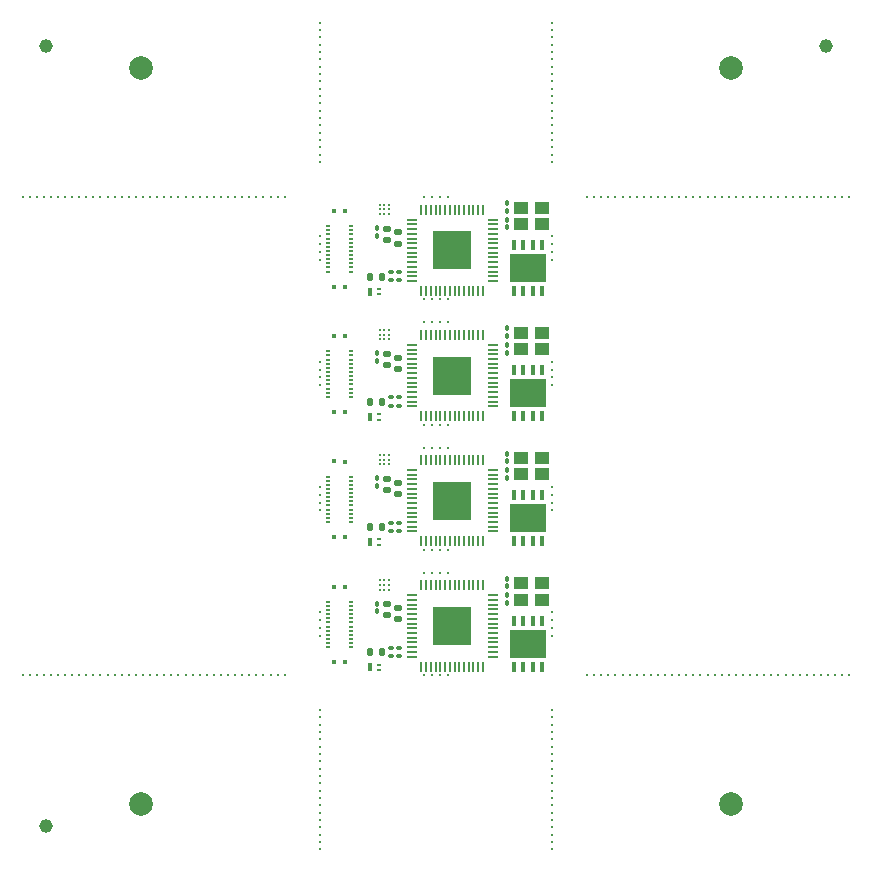
<source format=gbs>
G04 #@! TF.GenerationSoftware,KiCad,Pcbnew,8.0.8*
G04 #@! TF.CreationDate,2025-01-19T19:44:08-05:00*
G04 #@! TF.ProjectId,panel,70616e65-6c2e-46b6-9963-61645f706362,rev?*
G04 #@! TF.SameCoordinates,Original*
G04 #@! TF.FileFunction,Soldermask,Bot*
G04 #@! TF.FilePolarity,Negative*
%FSLAX46Y46*%
G04 Gerber Fmt 4.6, Leading zero omitted, Abs format (unit mm)*
G04 Created by KiCad (PCBNEW 8.0.8) date 2025-01-19 19:44:08*
%MOMM*%
%LPD*%
G01*
G04 APERTURE LIST*
G04 Aperture macros list*
%AMRoundRect*
0 Rectangle with rounded corners*
0 $1 Rounding radius*
0 $2 $3 $4 $5 $6 $7 $8 $9 X,Y pos of 4 corners*
0 Add a 4 corners polygon primitive as box body*
4,1,4,$2,$3,$4,$5,$6,$7,$8,$9,$2,$3,0*
0 Add four circle primitives for the rounded corners*
1,1,$1+$1,$2,$3*
1,1,$1+$1,$4,$5*
1,1,$1+$1,$6,$7*
1,1,$1+$1,$8,$9*
0 Add four rect primitives between the rounded corners*
20,1,$1+$1,$2,$3,$4,$5,0*
20,1,$1+$1,$4,$5,$6,$7,0*
20,1,$1+$1,$6,$7,$8,$9,0*
20,1,$1+$1,$8,$9,$2,$3,0*%
G04 Aperture macros list end*
%ADD10C,0.300000*%
%ADD11C,1.152000*%
%ADD12RoundRect,0.100000X0.130000X0.100000X-0.130000X0.100000X-0.130000X-0.100000X0.130000X-0.100000X0*%
%ADD13C,0.250000*%
%ADD14RoundRect,0.100000X0.100000X-0.130000X0.100000X0.130000X-0.100000X0.130000X-0.100000X-0.130000X0*%
%ADD15RoundRect,0.140000X0.170000X-0.140000X0.170000X0.140000X-0.170000X0.140000X-0.170000X-0.140000X0*%
%ADD16R,1.150000X1.000000*%
%ADD17RoundRect,0.140000X0.140000X0.170000X-0.140000X0.170000X-0.140000X-0.170000X0.140000X-0.170000X0*%
%ADD18R,0.350000X0.850000*%
%ADD19R,3.100000X2.400000*%
%ADD20RoundRect,0.050000X-0.050000X0.387500X-0.050000X-0.387500X0.050000X-0.387500X0.050000X0.387500X0*%
%ADD21RoundRect,0.050000X-0.387500X0.050000X-0.387500X-0.050000X0.387500X-0.050000X0.387500X0.050000X0*%
%ADD22R,3.200000X3.200000*%
%ADD23C,2.000000*%
%ADD24R,0.400000X0.250000*%
%ADD25R,0.400000X0.700000*%
%ADD26R,0.400000X0.180000*%
%ADD27R,0.385000X0.400000*%
G04 APERTURE END LIST*
D10*
G04 #@! TO.C,KiKit_MB_17_9*
X25200000Y-4968422D03*
G04 #@! TD*
G04 #@! TO.C,KiKit_MB_4_4*
X34000000Y-23430000D03*
G04 #@! TD*
G04 #@! TO.C,KiKit_MB_22_29*
X16800000Y-55200000D03*
G04 #@! TD*
G04 #@! TO.C,KiKit_MB_21_24*
X13800000Y-14800000D03*
G04 #@! TD*
G04 #@! TO.C,KiKit_MB_23_10*
X53200000Y-14800000D03*
G04 #@! TD*
G04 #@! TO.C,KiKit_MB_12_4*
X34000000Y-44630000D03*
G04 #@! TD*
G04 #@! TO.C,KiKit_MB_23_22*
X60400000Y-14800000D03*
G04 #@! TD*
G04 #@! TO.C,KiKit_MB_23_28*
X64000000Y-14800000D03*
G04 #@! TD*
G04 #@! TO.C,KiKit_MB_21_12*
X6600000Y-14800000D03*
G04 #@! TD*
G04 #@! TO.C,KiKit_MB_23_1*
X47800000Y-14800000D03*
G04 #@! TD*
G04 #@! TO.C,KiKit_MB_18_13*
X44800000Y-7452632D03*
G04 #@! TD*
G04 #@! TO.C,KiKit_MB_21_5*
X2400000Y-14800000D03*
G04 #@! TD*
G04 #@! TO.C,KiKit_MB_18_16*
X44800000Y-9315790D03*
G04 #@! TD*
G04 #@! TO.C,KiKit_MB_19_2*
X25200000Y-58821052D03*
G04 #@! TD*
G04 #@! TO.C,KiKit_MB_19_14*
X25200000Y-66273684D03*
G04 #@! TD*
G04 #@! TO.C,KiKit_MB_24_1*
X47800000Y-55200000D03*
G04 #@! TD*
G04 #@! TO.C,KiKit_MB_16_1*
X36000000Y-55230000D03*
G04 #@! TD*
G04 #@! TO.C,KiKit_MB_19_1*
X25200000Y-58200000D03*
G04 #@! TD*
G04 #@! TO.C,KiKit_MB_23_12*
X54400000Y-14800000D03*
G04 #@! TD*
G04 #@! TO.C,KiKit_MB_21_17*
X9600000Y-14800000D03*
G04 #@! TD*
G04 #@! TO.C,KiKit_MB_18_6*
X44800000Y-3105264D03*
G04 #@! TD*
G04 #@! TO.C,KiKit_MB_22_6*
X3000000Y-55200000D03*
G04 #@! TD*
G04 #@! TO.C,KiKit_MB_19_3*
X25200000Y-59442105D03*
G04 #@! TD*
G04 #@! TO.C,KiKit_MB_24_7*
X51400000Y-55200000D03*
G04 #@! TD*
G04 #@! TO.C,KiKit_MB_24_6*
X50800000Y-55200000D03*
G04 #@! TD*
D11*
G04 #@! TO.C,KiKit_TO_2*
X68000000Y-2000000D03*
G04 #@! TD*
D10*
G04 #@! TO.C,KiKit_MB_4_2*
X35333333Y-23430000D03*
G04 #@! TD*
G04 #@! TO.C,KiKit_MB_14_4*
X44830000Y-51900000D03*
G04 #@! TD*
G04 #@! TO.C,KiKit_MB_23_4*
X49600000Y-14800000D03*
G04 #@! TD*
G04 #@! TO.C,KiKit_MB_17_13*
X25200000Y-7452632D03*
G04 #@! TD*
G04 #@! TO.C,KiKit_MB_17_17*
X25200000Y-9936843D03*
G04 #@! TD*
G04 #@! TO.C,KiKit_MB_22_9*
X4800000Y-55200000D03*
G04 #@! TD*
G04 #@! TO.C,KiKit_MB_21_2*
X600000Y-14800000D03*
G04 #@! TD*
G04 #@! TO.C,KiKit_MB_18_15*
X44800000Y-8694737D03*
G04 #@! TD*
G04 #@! TO.C,KiKit_MB_20_20*
X44800000Y-70000000D03*
G04 #@! TD*
G04 #@! TO.C,KiKit_MB_18_10*
X44800000Y-5589474D03*
G04 #@! TD*
G04 #@! TO.C,KiKit_MB_14_2*
X44830000Y-50566666D03*
G04 #@! TD*
G04 #@! TO.C,KiKit_MB_13_2*
X25170000Y-51233333D03*
G04 #@! TD*
G04 #@! TO.C,KiKit_MB_2_4*
X44830000Y-20100000D03*
G04 #@! TD*
G04 #@! TO.C,KiKit_MB_24_29*
X64600000Y-55200000D03*
G04 #@! TD*
G04 #@! TO.C,KiKit_MB_20_13*
X44800000Y-65652631D03*
G04 #@! TD*
G04 #@! TO.C,KiKit_MB_21_23*
X13200000Y-14800000D03*
G04 #@! TD*
G04 #@! TO.C,KiKit_MB_23_23*
X61000000Y-14800000D03*
G04 #@! TD*
G04 #@! TO.C,KiKit_MB_23_30*
X65200000Y-14800000D03*
G04 #@! TD*
G04 #@! TO.C,KiKit_MB_24_5*
X50200000Y-55200000D03*
G04 #@! TD*
G04 #@! TO.C,KiKit_MB_7_4*
X36000000Y-25370000D03*
G04 #@! TD*
G04 #@! TO.C,KiKit_MB_24_30*
X65200000Y-55200000D03*
G04 #@! TD*
G04 #@! TO.C,KiKit_MB_14_1*
X44830000Y-49900000D03*
G04 #@! TD*
G04 #@! TO.C,KiKit_MB_23_11*
X53800000Y-14800000D03*
G04 #@! TD*
G04 #@! TO.C,KiKit_MB_18_1*
X44800000Y0D03*
G04 #@! TD*
G04 #@! TO.C,KiKit_MB_11_4*
X36000000Y-35970000D03*
G04 #@! TD*
G04 #@! TO.C,KiKit_MB_19_9*
X25200000Y-63168421D03*
G04 #@! TD*
G04 #@! TO.C,KiKit_MB_23_3*
X49000000Y-14800000D03*
G04 #@! TD*
G04 #@! TO.C,KiKit_MB_24_34*
X67600000Y-55200000D03*
G04 #@! TD*
G04 #@! TO.C,KiKit_MB_21_28*
X16200000Y-14800000D03*
G04 #@! TD*
G04 #@! TO.C,KiKit_MB_17_10*
X25200000Y-5589474D03*
G04 #@! TD*
G04 #@! TO.C,KiKit_MB_21_19*
X10800000Y-14800000D03*
G04 #@! TD*
G04 #@! TO.C,KiKit_MB_21_7*
X3600000Y-14800000D03*
G04 #@! TD*
G04 #@! TO.C,KiKit_MB_24_21*
X59800000Y-55200000D03*
G04 #@! TD*
G04 #@! TO.C,KiKit_MB_21_15*
X8400000Y-14800000D03*
G04 #@! TD*
G04 #@! TO.C,KiKit_MB_24_25*
X62200000Y-55200000D03*
G04 #@! TD*
G04 #@! TO.C,KiKit_MB_21_4*
X1800000Y-14800000D03*
G04 #@! TD*
G04 #@! TO.C,KiKit_MB_24_38*
X70000000Y-55200000D03*
G04 #@! TD*
G04 #@! TO.C,KiKit_MB_23_17*
X57400000Y-14800000D03*
G04 #@! TD*
G04 #@! TO.C,KiKit_MB_1_1*
X25170000Y-20100000D03*
G04 #@! TD*
G04 #@! TO.C,KiKit_MB_18_20*
X44800000Y-11800000D03*
G04 #@! TD*
G04 #@! TO.C,KiKit_MB_18_9*
X44800000Y-4968422D03*
G04 #@! TD*
G04 #@! TO.C,KiKit_MB_21_10*
X5400000Y-14800000D03*
G04 #@! TD*
G04 #@! TO.C,KiKit_MB_23_14*
X55600000Y-14800000D03*
G04 #@! TD*
G04 #@! TO.C,KiKit_MB_4_1*
X36000000Y-23430000D03*
G04 #@! TD*
G04 #@! TO.C,KiKit_MB_15_4*
X36000000Y-46570000D03*
G04 #@! TD*
G04 #@! TO.C,KiKit_MB_24_31*
X65800000Y-55200000D03*
G04 #@! TD*
G04 #@! TO.C,KiKit_MB_22_10*
X5400000Y-55200000D03*
G04 #@! TD*
G04 #@! TO.C,KiKit_MB_22_7*
X3600000Y-55200000D03*
G04 #@! TD*
G04 #@! TO.C,KiKit_MB_22_30*
X17400000Y-55200000D03*
G04 #@! TD*
G04 #@! TO.C,KiKit_MB_5_4*
X25170000Y-28700000D03*
G04 #@! TD*
G04 #@! TO.C,KiKit_MB_24_36*
X68800000Y-55200000D03*
G04 #@! TD*
G04 #@! TO.C,KiKit_MB_6_1*
X44830000Y-28700000D03*
G04 #@! TD*
G04 #@! TO.C,KiKit_MB_8_4*
X34000000Y-34030000D03*
G04 #@! TD*
G04 #@! TO.C,KiKit_MB_21_16*
X9000000Y-14800000D03*
G04 #@! TD*
G04 #@! TO.C,KiKit_MB_5_2*
X25170000Y-30033333D03*
G04 #@! TD*
G04 #@! TO.C,KiKit_MB_21_6*
X3000000Y-14800000D03*
G04 #@! TD*
G04 #@! TO.C,KiKit_MB_22_23*
X13200000Y-55200000D03*
G04 #@! TD*
G04 #@! TO.C,KiKit_MB_24_24*
X61600000Y-55200000D03*
G04 #@! TD*
G04 #@! TO.C,KiKit_MB_23_24*
X61600000Y-14800000D03*
G04 #@! TD*
G04 #@! TO.C,KiKit_MB_12_1*
X36000000Y-44630000D03*
G04 #@! TD*
G04 #@! TO.C,KiKit_MB_19_19*
X25200000Y-69378947D03*
G04 #@! TD*
G04 #@! TO.C,KiKit_MB_24_12*
X54400000Y-55200000D03*
G04 #@! TD*
G04 #@! TO.C,KiKit_MB_23_37*
X69400000Y-14800000D03*
G04 #@! TD*
G04 #@! TO.C,KiKit_MB_22_28*
X16200000Y-55200000D03*
G04 #@! TD*
G04 #@! TO.C,KiKit_MB_17_11*
X25200000Y-6210527D03*
G04 #@! TD*
G04 #@! TO.C,KiKit_MB_24_27*
X63400000Y-55200000D03*
G04 #@! TD*
G04 #@! TO.C,KiKit_MB_16_4*
X34000000Y-55230000D03*
G04 #@! TD*
G04 #@! TO.C,KiKit_MB_19_17*
X25200000Y-68136842D03*
G04 #@! TD*
G04 #@! TO.C,KiKit_MB_17_4*
X25200000Y-1863158D03*
G04 #@! TD*
G04 #@! TO.C,KiKit_MB_19_20*
X25200000Y-70000000D03*
G04 #@! TD*
G04 #@! TO.C,KiKit_MB_5_3*
X25170000Y-29366666D03*
G04 #@! TD*
G04 #@! TO.C,KiKit_MB_21_11*
X6000000Y-14800000D03*
G04 #@! TD*
G04 #@! TO.C,KiKit_MB_18_18*
X44800000Y-10557895D03*
G04 #@! TD*
G04 #@! TO.C,KiKit_MB_3_2*
X34666667Y-14770000D03*
G04 #@! TD*
G04 #@! TO.C,KiKit_MB_3_1*
X34000000Y-14770000D03*
G04 #@! TD*
G04 #@! TO.C,KiKit_MB_19_8*
X25200000Y-62547368D03*
G04 #@! TD*
G04 #@! TO.C,KiKit_MB_12_2*
X35333333Y-44630000D03*
G04 #@! TD*
G04 #@! TO.C,KiKit_MB_18_4*
X44800000Y-1863158D03*
G04 #@! TD*
G04 #@! TO.C,KiKit_MB_22_1*
X0Y-55200000D03*
G04 #@! TD*
G04 #@! TO.C,KiKit_MB_24_9*
X52600000Y-55200000D03*
G04 #@! TD*
G04 #@! TO.C,KiKit_MB_20_3*
X44800000Y-59442105D03*
G04 #@! TD*
G04 #@! TO.C,KiKit_MB_21_25*
X14400000Y-14800000D03*
G04 #@! TD*
G04 #@! TO.C,KiKit_MB_17_15*
X25200000Y-8694737D03*
G04 #@! TD*
G04 #@! TO.C,KiKit_MB_21_9*
X4800000Y-14800000D03*
G04 #@! TD*
G04 #@! TO.C,KiKit_MB_19_18*
X25200000Y-68757894D03*
G04 #@! TD*
G04 #@! TO.C,KiKit_MB_24_32*
X66400000Y-55200000D03*
G04 #@! TD*
G04 #@! TO.C,KiKit_MB_24_10*
X53200000Y-55200000D03*
G04 #@! TD*
G04 #@! TO.C,KiKit_MB_18_19*
X44800000Y-11178948D03*
G04 #@! TD*
G04 #@! TO.C,KiKit_MB_23_35*
X68200000Y-14800000D03*
G04 #@! TD*
G04 #@! TO.C,KiKit_MB_20_9*
X44800000Y-63168421D03*
G04 #@! TD*
G04 #@! TO.C,KiKit_MB_24_16*
X56800000Y-55200000D03*
G04 #@! TD*
G04 #@! TO.C,KiKit_MB_20_6*
X44800000Y-61305263D03*
G04 #@! TD*
G04 #@! TO.C,KiKit_MB_18_8*
X44800000Y-4347369D03*
G04 #@! TD*
G04 #@! TO.C,KiKit_MB_21_26*
X15000000Y-14800000D03*
G04 #@! TD*
G04 #@! TO.C,KiKit_MB_24_8*
X52000000Y-55200000D03*
G04 #@! TD*
G04 #@! TO.C,KiKit_MB_13_1*
X25170000Y-51900000D03*
G04 #@! TD*
G04 #@! TO.C,KiKit_MB_22_37*
X21600000Y-55200000D03*
G04 #@! TD*
G04 #@! TO.C,KiKit_MB_23_29*
X64600000Y-14800000D03*
G04 #@! TD*
G04 #@! TO.C,KiKit_MB_21_33*
X19200000Y-14800000D03*
G04 #@! TD*
G04 #@! TO.C,KiKit_MB_24_33*
X67000000Y-55200000D03*
G04 #@! TD*
G04 #@! TO.C,KiKit_MB_21_22*
X12600000Y-14800000D03*
G04 #@! TD*
G04 #@! TO.C,KiKit_MB_21_34*
X19800000Y-14800000D03*
G04 #@! TD*
G04 #@! TO.C,KiKit_MB_13_4*
X25170000Y-49900000D03*
G04 #@! TD*
G04 #@! TO.C,KiKit_MB_22_36*
X21000000Y-55200000D03*
G04 #@! TD*
G04 #@! TO.C,KiKit_MB_17_7*
X25200000Y-3726316D03*
G04 #@! TD*
G04 #@! TO.C,KiKit_MB_24_28*
X64000000Y-55200000D03*
G04 #@! TD*
G04 #@! TO.C,KiKit_MB_17_14*
X25200000Y-8073685D03*
G04 #@! TD*
G04 #@! TO.C,KiKit_MB_19_7*
X25200000Y-61926315D03*
G04 #@! TD*
G04 #@! TO.C,KiKit_MB_19_13*
X25200000Y-65652631D03*
G04 #@! TD*
G04 #@! TO.C,KiKit_MB_7_2*
X34666667Y-25370000D03*
G04 #@! TD*
G04 #@! TO.C,KiKit_MB_13_3*
X25170000Y-50566666D03*
G04 #@! TD*
G04 #@! TO.C,KiKit_MB_17_12*
X25200000Y-6831579D03*
G04 #@! TD*
G04 #@! TO.C,KiKit_MB_22_18*
X10200000Y-55200000D03*
G04 #@! TD*
G04 #@! TO.C,KiKit_MB_24_23*
X61000000Y-55200000D03*
G04 #@! TD*
G04 #@! TO.C,KiKit_MB_22_14*
X7800000Y-55200000D03*
G04 #@! TD*
G04 #@! TO.C,KiKit_MB_22_8*
X4200000Y-55200000D03*
G04 #@! TD*
G04 #@! TO.C,KiKit_MB_3_4*
X36000000Y-14770000D03*
G04 #@! TD*
G04 #@! TO.C,KiKit_MB_8_3*
X34666667Y-34030000D03*
G04 #@! TD*
G04 #@! TO.C,KiKit_MB_15_2*
X34666667Y-46570000D03*
G04 #@! TD*
G04 #@! TO.C,KiKit_MB_17_18*
X25200000Y-10557895D03*
G04 #@! TD*
G04 #@! TO.C,KiKit_MB_21_13*
X7200000Y-14800000D03*
G04 #@! TD*
G04 #@! TO.C,KiKit_MB_21_30*
X17400000Y-14800000D03*
G04 #@! TD*
G04 #@! TO.C,KiKit_MB_22_26*
X15000000Y-55200000D03*
G04 #@! TD*
G04 #@! TO.C,KiKit_MB_24_3*
X49000000Y-55200000D03*
G04 #@! TD*
G04 #@! TO.C,KiKit_MB_21_1*
X0Y-14800000D03*
G04 #@! TD*
G04 #@! TO.C,KiKit_MB_17_3*
X25200000Y-1242106D03*
G04 #@! TD*
G04 #@! TO.C,KiKit_MB_22_24*
X13800000Y-55200000D03*
G04 #@! TD*
G04 #@! TO.C,KiKit_MB_20_4*
X44800000Y-60063157D03*
G04 #@! TD*
G04 #@! TO.C,KiKit_MB_18_17*
X44800000Y-9936843D03*
G04 #@! TD*
G04 #@! TO.C,KiKit_MB_19_12*
X25200000Y-65031578D03*
G04 #@! TD*
G04 #@! TO.C,KiKit_MB_23_20*
X59200000Y-14800000D03*
G04 #@! TD*
G04 #@! TO.C,KiKit_MB_19_10*
X25200000Y-63789473D03*
G04 #@! TD*
G04 #@! TO.C,KiKit_MB_22_22*
X12600000Y-55200000D03*
G04 #@! TD*
G04 #@! TO.C,KiKit_MB_24_4*
X49600000Y-55200000D03*
G04 #@! TD*
G04 #@! TO.C,KiKit_MB_22_3*
X1200000Y-55200000D03*
G04 #@! TD*
G04 #@! TO.C,KiKit_MB_23_32*
X66400000Y-14800000D03*
G04 #@! TD*
G04 #@! TO.C,KiKit_MB_10_3*
X44830000Y-40633333D03*
G04 #@! TD*
G04 #@! TO.C,KiKit_MB_18_2*
X44800000Y-621053D03*
G04 #@! TD*
G04 #@! TO.C,KiKit_MB_22_34*
X19800000Y-55200000D03*
G04 #@! TD*
G04 #@! TO.C,KiKit_MB_20_17*
X44800000Y-68136842D03*
G04 #@! TD*
G04 #@! TO.C,KiKit_MB_23_26*
X62800000Y-14800000D03*
G04 #@! TD*
G04 #@! TO.C,KiKit_MB_2_3*
X44830000Y-19433333D03*
G04 #@! TD*
G04 #@! TO.C,KiKit_MB_21_35*
X20400000Y-14800000D03*
G04 #@! TD*
G04 #@! TO.C,KiKit_MB_22_15*
X8400000Y-55200000D03*
G04 #@! TD*
G04 #@! TO.C,KiKit_MB_11_3*
X35333333Y-35970000D03*
G04 #@! TD*
G04 #@! TO.C,KiKit_MB_22_17*
X9600000Y-55200000D03*
G04 #@! TD*
G04 #@! TO.C,KiKit_MB_23_5*
X50200000Y-14800000D03*
G04 #@! TD*
G04 #@! TO.C,KiKit_MB_18_7*
X44800000Y-3726316D03*
G04 #@! TD*
G04 #@! TO.C,KiKit_MB_20_10*
X44800000Y-63789473D03*
G04 #@! TD*
G04 #@! TO.C,KiKit_MB_20_16*
X44800000Y-67515789D03*
G04 #@! TD*
G04 #@! TO.C,KiKit_MB_24_2*
X48400000Y-55200000D03*
G04 #@! TD*
G04 #@! TO.C,KiKit_MB_9_2*
X25170000Y-40633333D03*
G04 #@! TD*
D11*
G04 #@! TO.C,KiKit_TO_1*
X2000000Y-2000000D03*
G04 #@! TD*
D10*
G04 #@! TO.C,KiKit_MB_23_27*
X63400000Y-14800000D03*
G04 #@! TD*
G04 #@! TO.C,KiKit_MB_21_14*
X7800000Y-14800000D03*
G04 #@! TD*
G04 #@! TO.C,KiKit_MB_23_2*
X48400000Y-14800000D03*
G04 #@! TD*
G04 #@! TO.C,KiKit_MB_21_18*
X10200000Y-14800000D03*
G04 #@! TD*
G04 #@! TO.C,KiKit_MB_21_37*
X21600000Y-14800000D03*
G04 #@! TD*
G04 #@! TO.C,KiKit_MB_22_33*
X19200000Y-55200000D03*
G04 #@! TD*
G04 #@! TO.C,KiKit_MB_22_19*
X10800000Y-55200000D03*
G04 #@! TD*
G04 #@! TO.C,KiKit_MB_23_34*
X67600000Y-14800000D03*
G04 #@! TD*
G04 #@! TO.C,KiKit_MB_23_9*
X52600000Y-14800000D03*
G04 #@! TD*
G04 #@! TO.C,KiKit_MB_21_20*
X11400000Y-14800000D03*
G04 #@! TD*
G04 #@! TO.C,KiKit_MB_22_31*
X18000000Y-55200000D03*
G04 #@! TD*
G04 #@! TO.C,KiKit_MB_17_5*
X25200000Y-2484211D03*
G04 #@! TD*
G04 #@! TO.C,KiKit_MB_24_22*
X60400000Y-55200000D03*
G04 #@! TD*
G04 #@! TO.C,KiKit_MB_24_17*
X57400000Y-55200000D03*
G04 #@! TD*
G04 #@! TO.C,KiKit_MB_22_16*
X9000000Y-55200000D03*
G04 #@! TD*
G04 #@! TO.C,KiKit_MB_21_32*
X18600000Y-14800000D03*
G04 #@! TD*
G04 #@! TO.C,KiKit_MB_23_7*
X51400000Y-14800000D03*
G04 #@! TD*
G04 #@! TO.C,KiKit_MB_23_8*
X52000000Y-14800000D03*
G04 #@! TD*
G04 #@! TO.C,KiKit_MB_19_5*
X25200000Y-60684210D03*
G04 #@! TD*
G04 #@! TO.C,KiKit_MB_20_11*
X44800000Y-64410526D03*
G04 #@! TD*
G04 #@! TO.C,KiKit_MB_23_31*
X65800000Y-14800000D03*
G04 #@! TD*
G04 #@! TO.C,KiKit_MB_2_2*
X44830000Y-18766667D03*
G04 #@! TD*
G04 #@! TO.C,KiKit_MB_22_21*
X12000000Y-55200000D03*
G04 #@! TD*
G04 #@! TO.C,KiKit_MB_1_3*
X25170000Y-18766667D03*
G04 #@! TD*
G04 #@! TO.C,KiKit_MB_22_35*
X20400000Y-55200000D03*
G04 #@! TD*
G04 #@! TO.C,KiKit_MB_11_1*
X34000000Y-35970000D03*
G04 #@! TD*
G04 #@! TO.C,KiKit_MB_21_3*
X1200000Y-14800000D03*
G04 #@! TD*
G04 #@! TO.C,KiKit_MB_20_7*
X44800000Y-61926315D03*
G04 #@! TD*
G04 #@! TO.C,KiKit_MB_18_5*
X44800000Y-2484211D03*
G04 #@! TD*
G04 #@! TO.C,KiKit_MB_22_11*
X6000000Y-55200000D03*
G04 #@! TD*
G04 #@! TO.C,KiKit_MB_14_3*
X44830000Y-51233333D03*
G04 #@! TD*
G04 #@! TO.C,KiKit_MB_19_15*
X25200000Y-66894736D03*
G04 #@! TD*
G04 #@! TO.C,KiKit_MB_20_19*
X44800000Y-69378947D03*
G04 #@! TD*
G04 #@! TO.C,KiKit_MB_21_36*
X21000000Y-14800000D03*
G04 #@! TD*
G04 #@! TO.C,KiKit_MB_11_2*
X34666667Y-35970000D03*
G04 #@! TD*
G04 #@! TO.C,KiKit_MB_1_4*
X25170000Y-18100000D03*
G04 #@! TD*
G04 #@! TO.C,KiKit_MB_24_37*
X69400000Y-55200000D03*
G04 #@! TD*
G04 #@! TO.C,KiKit_MB_12_3*
X34666667Y-44630000D03*
G04 #@! TD*
G04 #@! TO.C,KiKit_MB_17_2*
X25200000Y-621053D03*
G04 #@! TD*
G04 #@! TO.C,KiKit_MB_1_2*
X25170000Y-19433333D03*
G04 #@! TD*
G04 #@! TO.C,KiKit_MB_9_4*
X25170000Y-39300000D03*
G04 #@! TD*
G04 #@! TO.C,KiKit_MB_20_1*
X44800000Y-58200000D03*
G04 #@! TD*
G04 #@! TO.C,KiKit_MB_24_35*
X68200000Y-55200000D03*
G04 #@! TD*
G04 #@! TO.C,KiKit_MB_17_19*
X25200000Y-11178948D03*
G04 #@! TD*
G04 #@! TO.C,KiKit_MB_20_12*
X44800000Y-65031578D03*
G04 #@! TD*
G04 #@! TO.C,KiKit_MB_23_33*
X67000000Y-14800000D03*
G04 #@! TD*
G04 #@! TO.C,KiKit_MB_22_25*
X14400000Y-55200000D03*
G04 #@! TD*
G04 #@! TO.C,KiKit_MB_22_13*
X7200000Y-55200000D03*
G04 #@! TD*
G04 #@! TO.C,KiKit_MB_17_8*
X25200000Y-4347369D03*
G04 #@! TD*
G04 #@! TO.C,KiKit_MB_16_3*
X34666667Y-55230000D03*
G04 #@! TD*
G04 #@! TO.C,KiKit_MB_20_2*
X44800000Y-58821052D03*
G04 #@! TD*
G04 #@! TO.C,KiKit_MB_18_11*
X44800000Y-6210527D03*
G04 #@! TD*
G04 #@! TO.C,KiKit_MB_22_38*
X22200000Y-55200000D03*
G04 #@! TD*
G04 #@! TO.C,KiKit_MB_23_38*
X70000000Y-14800000D03*
G04 #@! TD*
G04 #@! TO.C,KiKit_MB_19_11*
X25200000Y-64410526D03*
G04 #@! TD*
G04 #@! TO.C,KiKit_MB_16_2*
X35333333Y-55230000D03*
G04 #@! TD*
G04 #@! TO.C,KiKit_MB_8_2*
X35333333Y-34030000D03*
G04 #@! TD*
G04 #@! TO.C,KiKit_MB_6_4*
X44830000Y-30700000D03*
G04 #@! TD*
G04 #@! TO.C,KiKit_MB_23_18*
X58000000Y-14800000D03*
G04 #@! TD*
G04 #@! TO.C,KiKit_MB_21_29*
X16800000Y-14800000D03*
G04 #@! TD*
G04 #@! TO.C,KiKit_MB_6_3*
X44830000Y-30033333D03*
G04 #@! TD*
G04 #@! TO.C,KiKit_MB_22_2*
X600000Y-55200000D03*
G04 #@! TD*
G04 #@! TO.C,KiKit_MB_15_3*
X35333333Y-46570000D03*
G04 #@! TD*
G04 #@! TO.C,KiKit_MB_8_1*
X36000000Y-34030000D03*
G04 #@! TD*
G04 #@! TO.C,KiKit_MB_20_14*
X44800000Y-66273684D03*
G04 #@! TD*
G04 #@! TO.C,KiKit_MB_6_2*
X44830000Y-29366666D03*
G04 #@! TD*
G04 #@! TO.C,KiKit_MB_9_1*
X25170000Y-41300000D03*
G04 #@! TD*
G04 #@! TO.C,KiKit_MB_5_1*
X25170000Y-30700000D03*
G04 #@! TD*
G04 #@! TO.C,KiKit_MB_20_18*
X44800000Y-68757894D03*
G04 #@! TD*
G04 #@! TO.C,KiKit_MB_21_8*
X4200000Y-14800000D03*
G04 #@! TD*
G04 #@! TO.C,KiKit_MB_22_32*
X18600000Y-55200000D03*
G04 #@! TD*
G04 #@! TO.C,KiKit_MB_20_15*
X44800000Y-66894736D03*
G04 #@! TD*
G04 #@! TO.C,KiKit_MB_21_38*
X22200000Y-14800000D03*
G04 #@! TD*
G04 #@! TO.C,KiKit_MB_19_6*
X25200000Y-61305263D03*
G04 #@! TD*
G04 #@! TO.C,KiKit_MB_18_3*
X44800000Y-1242106D03*
G04 #@! TD*
G04 #@! TO.C,KiKit_MB_23_13*
X55000000Y-14800000D03*
G04 #@! TD*
G04 #@! TO.C,KiKit_MB_10_2*
X44830000Y-39966666D03*
G04 #@! TD*
G04 #@! TO.C,KiKit_MB_20_8*
X44800000Y-62547368D03*
G04 #@! TD*
G04 #@! TO.C,KiKit_MB_18_14*
X44800000Y-8073685D03*
G04 #@! TD*
G04 #@! TO.C,KiKit_MB_17_16*
X25200000Y-9315790D03*
G04 #@! TD*
G04 #@! TO.C,KiKit_MB_24_14*
X55600000Y-55200000D03*
G04 #@! TD*
G04 #@! TO.C,KiKit_MB_22_5*
X2400000Y-55200000D03*
G04 #@! TD*
G04 #@! TO.C,KiKit_MB_23_36*
X68800000Y-14800000D03*
G04 #@! TD*
G04 #@! TO.C,KiKit_MB_19_4*
X25200000Y-60063157D03*
G04 #@! TD*
G04 #@! TO.C,KiKit_MB_21_21*
X12000000Y-14800000D03*
G04 #@! TD*
G04 #@! TO.C,KiKit_MB_4_3*
X34666667Y-23430000D03*
G04 #@! TD*
G04 #@! TO.C,KiKit_MB_9_3*
X25170000Y-39966666D03*
G04 #@! TD*
D11*
G04 #@! TO.C,KiKit_TO_3*
X2000000Y-68000000D03*
G04 #@! TD*
D10*
G04 #@! TO.C,KiKit_MB_17_20*
X25200000Y-11800000D03*
G04 #@! TD*
G04 #@! TO.C,KiKit_MB_15_1*
X34000000Y-46570000D03*
G04 #@! TD*
G04 #@! TO.C,KiKit_MB_24_20*
X59200000Y-55200000D03*
G04 #@! TD*
G04 #@! TO.C,KiKit_MB_22_12*
X6600000Y-55200000D03*
G04 #@! TD*
G04 #@! TO.C,KiKit_MB_20_5*
X44800000Y-60684210D03*
G04 #@! TD*
G04 #@! TO.C,KiKit_MB_23_19*
X58600000Y-14800000D03*
G04 #@! TD*
G04 #@! TO.C,KiKit_MB_24_26*
X62800000Y-55200000D03*
G04 #@! TD*
G04 #@! TO.C,KiKit_MB_22_27*
X15600000Y-55200000D03*
G04 #@! TD*
G04 #@! TO.C,KiKit_MB_24_18*
X58000000Y-55200000D03*
G04 #@! TD*
G04 #@! TO.C,KiKit_MB_22_4*
X1800000Y-55200000D03*
G04 #@! TD*
G04 #@! TO.C,KiKit_MB_10_4*
X44830000Y-41300000D03*
G04 #@! TD*
G04 #@! TO.C,KiKit_MB_3_3*
X35333333Y-14770000D03*
G04 #@! TD*
G04 #@! TO.C,KiKit_MB_22_20*
X11400000Y-55200000D03*
G04 #@! TD*
G04 #@! TO.C,KiKit_MB_24_13*
X55000000Y-55200000D03*
G04 #@! TD*
G04 #@! TO.C,KiKit_MB_21_27*
X15600000Y-14800000D03*
G04 #@! TD*
G04 #@! TO.C,KiKit_MB_19_16*
X25200000Y-67515789D03*
G04 #@! TD*
G04 #@! TO.C,KiKit_MB_23_21*
X59800000Y-14800000D03*
G04 #@! TD*
G04 #@! TO.C,KiKit_MB_23_6*
X50800000Y-14800000D03*
G04 #@! TD*
G04 #@! TO.C,KiKit_MB_18_12*
X44800000Y-6831579D03*
G04 #@! TD*
G04 #@! TO.C,KiKit_MB_17_1*
X25200000Y0D03*
G04 #@! TD*
G04 #@! TO.C,KiKit_MB_7_3*
X35333333Y-25370000D03*
G04 #@! TD*
G04 #@! TO.C,KiKit_MB_23_25*
X62200000Y-14800000D03*
G04 #@! TD*
G04 #@! TO.C,KiKit_MB_7_1*
X34000000Y-25370000D03*
G04 #@! TD*
G04 #@! TO.C,KiKit_MB_17_6*
X25200000Y-3105264D03*
G04 #@! TD*
G04 #@! TO.C,KiKit_MB_23_15*
X56200000Y-14800000D03*
G04 #@! TD*
G04 #@! TO.C,KiKit_MB_24_15*
X56200000Y-55200000D03*
G04 #@! TD*
G04 #@! TO.C,KiKit_MB_23_16*
X56800000Y-14800000D03*
G04 #@! TD*
G04 #@! TO.C,KiKit_MB_24_11*
X53800000Y-55200000D03*
G04 #@! TD*
G04 #@! TO.C,KiKit_MB_24_19*
X58600000Y-55200000D03*
G04 #@! TD*
G04 #@! TO.C,KiKit_MB_10_1*
X44830000Y-39300000D03*
G04 #@! TD*
G04 #@! TO.C,KiKit_MB_21_31*
X18000000Y-14800000D03*
G04 #@! TD*
G04 #@! TO.C,KiKit_MB_2_1*
X44830000Y-18100000D03*
G04 #@! TD*
D12*
G04 #@! TO.C,R10*
X31860000Y-43020000D03*
X31220000Y-43020000D03*
G04 #@! TD*
D13*
G04 #@! TO.C,U5*
X31040000Y-15400000D03*
X30640000Y-15400000D03*
X30240000Y-15400000D03*
X31040000Y-15800000D03*
X30640000Y-15800000D03*
X30240000Y-15800000D03*
X31040000Y-16200000D03*
X30640000Y-16200000D03*
X30240000Y-16200000D03*
G04 #@! TD*
D14*
G04 #@! TO.C,C12*
X30020000Y-18020000D03*
X30020000Y-17380000D03*
G04 #@! TD*
D15*
G04 #@! TO.C,C8*
X31760000Y-18710000D03*
X31760000Y-17750000D03*
G04 #@! TD*
D14*
G04 #@! TO.C,C12*
X30020000Y-39220000D03*
X30020000Y-38580000D03*
G04 #@! TD*
D16*
G04 #@! TO.C,Y1*
X43965000Y-27650000D03*
X42215000Y-27650000D03*
X42215000Y-26250000D03*
X43965000Y-26250000D03*
G04 #@! TD*
D15*
G04 #@! TO.C,C8*
X31760000Y-50510000D03*
X31760000Y-49550000D03*
G04 #@! TD*
G04 #@! TO.C,C10*
X30840000Y-28990000D03*
X30840000Y-28030000D03*
G04 #@! TD*
D17*
G04 #@! TO.C,C14*
X30400000Y-32120000D03*
X29440000Y-32120000D03*
G04 #@! TD*
D13*
G04 #@! TO.C,U5*
X31040000Y-26000000D03*
X30640000Y-26000000D03*
X30240000Y-26000000D03*
X31040000Y-26400000D03*
X30640000Y-26400000D03*
X30240000Y-26400000D03*
X31040000Y-26800000D03*
X30640000Y-26800000D03*
X30240000Y-26800000D03*
G04 #@! TD*
D17*
G04 #@! TO.C,C14*
X30400000Y-42720000D03*
X29440000Y-42720000D03*
G04 #@! TD*
D15*
G04 #@! TO.C,C10*
X30840000Y-39590000D03*
X30840000Y-38630000D03*
G04 #@! TD*
D18*
G04 #@! TO.C,U1*
X41600000Y-50620000D03*
X42400000Y-50620000D03*
X43200000Y-50620000D03*
X44000000Y-50620000D03*
X44000000Y-54520000D03*
X43200000Y-54520000D03*
X42400000Y-54520000D03*
X41600000Y-54520000D03*
D19*
X42800000Y-52570000D03*
G04 #@! TD*
D20*
G04 #@! TO.C,U3*
X33775000Y-37037500D03*
X34175000Y-37037500D03*
X34575000Y-37037500D03*
X34975000Y-37037500D03*
X35375000Y-37037500D03*
X35775000Y-37037500D03*
X36175000Y-37037500D03*
X36575000Y-37037500D03*
X36975000Y-37037500D03*
X37375000Y-37037500D03*
X37775000Y-37037500D03*
X38175000Y-37037500D03*
X38575000Y-37037500D03*
X38975000Y-37037500D03*
D21*
X39812500Y-37875000D03*
X39812500Y-38275000D03*
X39812500Y-38675000D03*
X39812500Y-39075000D03*
X39812500Y-39475000D03*
X39812500Y-39875000D03*
X39812500Y-40275000D03*
X39812500Y-40675000D03*
X39812500Y-41075000D03*
X39812500Y-41475000D03*
X39812500Y-41875000D03*
X39812500Y-42275000D03*
X39812500Y-42675000D03*
X39812500Y-43075000D03*
D20*
X38975000Y-43912500D03*
X38575000Y-43912500D03*
X38175000Y-43912500D03*
X37775000Y-43912500D03*
X37375000Y-43912500D03*
X36975000Y-43912500D03*
X36575000Y-43912500D03*
X36175000Y-43912500D03*
X35775000Y-43912500D03*
X35375000Y-43912500D03*
X34975000Y-43912500D03*
X34575000Y-43912500D03*
X34175000Y-43912500D03*
X33775000Y-43912500D03*
D21*
X32937500Y-43075000D03*
X32937500Y-42675000D03*
X32937500Y-42275000D03*
X32937500Y-41875000D03*
X32937500Y-41475000D03*
X32937500Y-41075000D03*
X32937500Y-40675000D03*
X32937500Y-40275000D03*
X32937500Y-39875000D03*
X32937500Y-39475000D03*
X32937500Y-39075000D03*
X32937500Y-38675000D03*
X32937500Y-38275000D03*
X32937500Y-37875000D03*
D22*
X36375000Y-40475000D03*
G04 #@! TD*
D14*
G04 #@! TO.C,C12*
X30020000Y-28620000D03*
X30020000Y-27980000D03*
G04 #@! TD*
D23*
G04 #@! TO.C,KiKit_FID_B_1*
X10000000Y-3850000D03*
G04 #@! TD*
D24*
G04 #@! TO.C,Q5*
X30160000Y-43755000D03*
X30160000Y-44205000D03*
D25*
X29460000Y-43980000D03*
G04 #@! TD*
D15*
G04 #@! TO.C,C10*
X30840000Y-18390000D03*
X30840000Y-17430000D03*
G04 #@! TD*
G04 #@! TO.C,C8*
X31760000Y-29310000D03*
X31760000Y-28350000D03*
G04 #@! TD*
D20*
G04 #@! TO.C,U3*
X33775000Y-15837500D03*
X34175000Y-15837500D03*
X34575000Y-15837500D03*
X34975000Y-15837500D03*
X35375000Y-15837500D03*
X35775000Y-15837500D03*
X36175000Y-15837500D03*
X36575000Y-15837500D03*
X36975000Y-15837500D03*
X37375000Y-15837500D03*
X37775000Y-15837500D03*
X38175000Y-15837500D03*
X38575000Y-15837500D03*
X38975000Y-15837500D03*
D21*
X39812500Y-16675000D03*
X39812500Y-17075000D03*
X39812500Y-17475000D03*
X39812500Y-17875000D03*
X39812500Y-18275000D03*
X39812500Y-18675000D03*
X39812500Y-19075000D03*
X39812500Y-19475000D03*
X39812500Y-19875000D03*
X39812500Y-20275000D03*
X39812500Y-20675000D03*
X39812500Y-21075000D03*
X39812500Y-21475000D03*
X39812500Y-21875000D03*
D20*
X38975000Y-22712500D03*
X38575000Y-22712500D03*
X38175000Y-22712500D03*
X37775000Y-22712500D03*
X37375000Y-22712500D03*
X36975000Y-22712500D03*
X36575000Y-22712500D03*
X36175000Y-22712500D03*
X35775000Y-22712500D03*
X35375000Y-22712500D03*
X34975000Y-22712500D03*
X34575000Y-22712500D03*
X34175000Y-22712500D03*
X33775000Y-22712500D03*
D21*
X32937500Y-21875000D03*
X32937500Y-21475000D03*
X32937500Y-21075000D03*
X32937500Y-20675000D03*
X32937500Y-20275000D03*
X32937500Y-19875000D03*
X32937500Y-19475000D03*
X32937500Y-19075000D03*
X32937500Y-18675000D03*
X32937500Y-18275000D03*
X32937500Y-17875000D03*
X32937500Y-17475000D03*
X32937500Y-17075000D03*
X32937500Y-16675000D03*
D22*
X36375000Y-19275000D03*
G04 #@! TD*
D12*
G04 #@! TO.C,C11*
X31866526Y-31728507D03*
X31226526Y-31728507D03*
G04 #@! TD*
D14*
G04 #@! TO.C,C1*
X40990000Y-47730000D03*
X40990000Y-47090000D03*
G04 #@! TD*
G04 #@! TO.C,R6*
X41040000Y-38530000D03*
X41040000Y-37890000D03*
G04 #@! TD*
D20*
G04 #@! TO.C,U3*
X33775000Y-26437500D03*
X34175000Y-26437500D03*
X34575000Y-26437500D03*
X34975000Y-26437500D03*
X35375000Y-26437500D03*
X35775000Y-26437500D03*
X36175000Y-26437500D03*
X36575000Y-26437500D03*
X36975000Y-26437500D03*
X37375000Y-26437500D03*
X37775000Y-26437500D03*
X38175000Y-26437500D03*
X38575000Y-26437500D03*
X38975000Y-26437500D03*
D21*
X39812500Y-27275000D03*
X39812500Y-27675000D03*
X39812500Y-28075000D03*
X39812500Y-28475000D03*
X39812500Y-28875000D03*
X39812500Y-29275000D03*
X39812500Y-29675000D03*
X39812500Y-30075000D03*
X39812500Y-30475000D03*
X39812500Y-30875000D03*
X39812500Y-31275000D03*
X39812500Y-31675000D03*
X39812500Y-32075000D03*
X39812500Y-32475000D03*
D20*
X38975000Y-33312500D03*
X38575000Y-33312500D03*
X38175000Y-33312500D03*
X37775000Y-33312500D03*
X37375000Y-33312500D03*
X36975000Y-33312500D03*
X36575000Y-33312500D03*
X36175000Y-33312500D03*
X35775000Y-33312500D03*
X35375000Y-33312500D03*
X34975000Y-33312500D03*
X34575000Y-33312500D03*
X34175000Y-33312500D03*
X33775000Y-33312500D03*
D21*
X32937500Y-32475000D03*
X32937500Y-32075000D03*
X32937500Y-31675000D03*
X32937500Y-31275000D03*
X32937500Y-30875000D03*
X32937500Y-30475000D03*
X32937500Y-30075000D03*
X32937500Y-29675000D03*
X32937500Y-29275000D03*
X32937500Y-28875000D03*
X32937500Y-28475000D03*
X32937500Y-28075000D03*
X32937500Y-27675000D03*
X32937500Y-27275000D03*
D22*
X36375000Y-29875000D03*
G04 #@! TD*
D14*
G04 #@! TO.C,R6*
X41040000Y-27930000D03*
X41040000Y-27290000D03*
G04 #@! TD*
G04 #@! TO.C,R6*
X41040000Y-49130000D03*
X41040000Y-48490000D03*
G04 #@! TD*
D16*
G04 #@! TO.C,Y1*
X43965000Y-48850000D03*
X42215000Y-48850000D03*
X42215000Y-47450000D03*
X43965000Y-47450000D03*
G04 #@! TD*
D26*
G04 #@! TO.C,J4*
X27800000Y-27825000D03*
X27800000Y-28175000D03*
X27800000Y-28525000D03*
X27800000Y-28875000D03*
X27800000Y-29225000D03*
X27800000Y-29575000D03*
X27800000Y-29925000D03*
X27800000Y-30275000D03*
X27800000Y-30625000D03*
X27800000Y-30975000D03*
X27800000Y-31325000D03*
X27800000Y-31675000D03*
X25900000Y-31675000D03*
X25900000Y-31325000D03*
X25900000Y-30975000D03*
X25900000Y-30625000D03*
X25900000Y-30275000D03*
X25900000Y-29925000D03*
X25900000Y-29575000D03*
X25900000Y-29225000D03*
X25900000Y-28875000D03*
X25900000Y-28525000D03*
X25900000Y-28175000D03*
X25900000Y-27825000D03*
D27*
X27332000Y-26555000D03*
X26368000Y-26545000D03*
X27332000Y-32955000D03*
X26368000Y-32955000D03*
G04 #@! TD*
D18*
G04 #@! TO.C,U1*
X41600000Y-40020000D03*
X42400000Y-40020000D03*
X43200000Y-40020000D03*
X44000000Y-40020000D03*
X44000000Y-43920000D03*
X43200000Y-43920000D03*
X42400000Y-43920000D03*
X41600000Y-43920000D03*
D19*
X42800000Y-41970000D03*
G04 #@! TD*
D24*
G04 #@! TO.C,Q5*
X30160000Y-33155000D03*
X30160000Y-33605000D03*
D25*
X29460000Y-33380000D03*
G04 #@! TD*
D23*
G04 #@! TO.C,KiKit_FID_B_4*
X60000000Y-66150000D03*
G04 #@! TD*
D14*
G04 #@! TO.C,R6*
X41040000Y-17330000D03*
X41040000Y-16690000D03*
G04 #@! TD*
D12*
G04 #@! TO.C,C11*
X31866526Y-21128507D03*
X31226526Y-21128507D03*
G04 #@! TD*
D26*
G04 #@! TO.C,J4*
X27800000Y-17225000D03*
X27800000Y-17575000D03*
X27800000Y-17925000D03*
X27800000Y-18275000D03*
X27800000Y-18625000D03*
X27800000Y-18975000D03*
X27800000Y-19325000D03*
X27800000Y-19675000D03*
X27800000Y-20025000D03*
X27800000Y-20375000D03*
X27800000Y-20725000D03*
X27800000Y-21075000D03*
X25900000Y-21075000D03*
X25900000Y-20725000D03*
X25900000Y-20375000D03*
X25900000Y-20025000D03*
X25900000Y-19675000D03*
X25900000Y-19325000D03*
X25900000Y-18975000D03*
X25900000Y-18625000D03*
X25900000Y-18275000D03*
X25900000Y-17925000D03*
X25900000Y-17575000D03*
X25900000Y-17225000D03*
D27*
X27332000Y-15955000D03*
X26368000Y-15945000D03*
X27332000Y-22355000D03*
X26368000Y-22355000D03*
G04 #@! TD*
D17*
G04 #@! TO.C,C14*
X30400000Y-53320000D03*
X29440000Y-53320000D03*
G04 #@! TD*
D12*
G04 #@! TO.C,C11*
X31866526Y-42328507D03*
X31226526Y-42328507D03*
G04 #@! TD*
G04 #@! TO.C,C11*
X31866526Y-52928507D03*
X31226526Y-52928507D03*
G04 #@! TD*
D24*
G04 #@! TO.C,Q5*
X30160000Y-22555000D03*
X30160000Y-23005000D03*
D25*
X29460000Y-22780000D03*
G04 #@! TD*
D12*
G04 #@! TO.C,R10*
X31860000Y-53620000D03*
X31220000Y-53620000D03*
G04 #@! TD*
D18*
G04 #@! TO.C,U1*
X41600000Y-18820000D03*
X42400000Y-18820000D03*
X43200000Y-18820000D03*
X44000000Y-18820000D03*
X44000000Y-22720000D03*
X43200000Y-22720000D03*
X42400000Y-22720000D03*
X41600000Y-22720000D03*
D19*
X42800000Y-20770000D03*
G04 #@! TD*
D14*
G04 #@! TO.C,C12*
X30020000Y-49820000D03*
X30020000Y-49180000D03*
G04 #@! TD*
D24*
G04 #@! TO.C,Q5*
X30160000Y-54355000D03*
X30160000Y-54805000D03*
D25*
X29460000Y-54580000D03*
G04 #@! TD*
D15*
G04 #@! TO.C,C10*
X30840000Y-50190000D03*
X30840000Y-49230000D03*
G04 #@! TD*
D16*
G04 #@! TO.C,Y1*
X43965000Y-17050000D03*
X42215000Y-17050000D03*
X42215000Y-15650000D03*
X43965000Y-15650000D03*
G04 #@! TD*
D13*
G04 #@! TO.C,U5*
X31040000Y-47200000D03*
X30640000Y-47200000D03*
X30240000Y-47200000D03*
X31040000Y-47600000D03*
X30640000Y-47600000D03*
X30240000Y-47600000D03*
X31040000Y-48000000D03*
X30640000Y-48000000D03*
X30240000Y-48000000D03*
G04 #@! TD*
D14*
G04 #@! TO.C,C1*
X40990000Y-26530000D03*
X40990000Y-25890000D03*
G04 #@! TD*
D12*
G04 #@! TO.C,R10*
X31860000Y-21820000D03*
X31220000Y-21820000D03*
G04 #@! TD*
D14*
G04 #@! TO.C,C1*
X40990000Y-37130000D03*
X40990000Y-36490000D03*
G04 #@! TD*
G04 #@! TO.C,C1*
X40990000Y-15930000D03*
X40990000Y-15290000D03*
G04 #@! TD*
D18*
G04 #@! TO.C,U1*
X41600000Y-29420000D03*
X42400000Y-29420000D03*
X43200000Y-29420000D03*
X44000000Y-29420000D03*
X44000000Y-33320000D03*
X43200000Y-33320000D03*
X42400000Y-33320000D03*
X41600000Y-33320000D03*
D19*
X42800000Y-31370000D03*
G04 #@! TD*
D23*
G04 #@! TO.C,KiKit_FID_B_2*
X60000000Y-3850000D03*
G04 #@! TD*
G04 #@! TO.C,KiKit_FID_B_3*
X10000000Y-66150000D03*
G04 #@! TD*
D12*
G04 #@! TO.C,R10*
X31860000Y-32420000D03*
X31220000Y-32420000D03*
G04 #@! TD*
D20*
G04 #@! TO.C,U3*
X33775000Y-47637500D03*
X34175000Y-47637500D03*
X34575000Y-47637500D03*
X34975000Y-47637500D03*
X35375000Y-47637500D03*
X35775000Y-47637500D03*
X36175000Y-47637500D03*
X36575000Y-47637500D03*
X36975000Y-47637500D03*
X37375000Y-47637500D03*
X37775000Y-47637500D03*
X38175000Y-47637500D03*
X38575000Y-47637500D03*
X38975000Y-47637500D03*
D21*
X39812500Y-48475000D03*
X39812500Y-48875000D03*
X39812500Y-49275000D03*
X39812500Y-49675000D03*
X39812500Y-50075000D03*
X39812500Y-50475000D03*
X39812500Y-50875000D03*
X39812500Y-51275000D03*
X39812500Y-51675000D03*
X39812500Y-52075000D03*
X39812500Y-52475000D03*
X39812500Y-52875000D03*
X39812500Y-53275000D03*
X39812500Y-53675000D03*
D20*
X38975000Y-54512500D03*
X38575000Y-54512500D03*
X38175000Y-54512500D03*
X37775000Y-54512500D03*
X37375000Y-54512500D03*
X36975000Y-54512500D03*
X36575000Y-54512500D03*
X36175000Y-54512500D03*
X35775000Y-54512500D03*
X35375000Y-54512500D03*
X34975000Y-54512500D03*
X34575000Y-54512500D03*
X34175000Y-54512500D03*
X33775000Y-54512500D03*
D21*
X32937500Y-53675000D03*
X32937500Y-53275000D03*
X32937500Y-52875000D03*
X32937500Y-52475000D03*
X32937500Y-52075000D03*
X32937500Y-51675000D03*
X32937500Y-51275000D03*
X32937500Y-50875000D03*
X32937500Y-50475000D03*
X32937500Y-50075000D03*
X32937500Y-49675000D03*
X32937500Y-49275000D03*
X32937500Y-48875000D03*
X32937500Y-48475000D03*
D22*
X36375000Y-51075000D03*
G04 #@! TD*
D13*
G04 #@! TO.C,U5*
X31040000Y-36600000D03*
X30640000Y-36600000D03*
X30240000Y-36600000D03*
X31040000Y-37000000D03*
X30640000Y-37000000D03*
X30240000Y-37000000D03*
X31040000Y-37400000D03*
X30640000Y-37400000D03*
X30240000Y-37400000D03*
G04 #@! TD*
D17*
G04 #@! TO.C,C14*
X30400000Y-21520000D03*
X29440000Y-21520000D03*
G04 #@! TD*
D16*
G04 #@! TO.C,Y1*
X43965000Y-38250000D03*
X42215000Y-38250000D03*
X42215000Y-36850000D03*
X43965000Y-36850000D03*
G04 #@! TD*
D26*
G04 #@! TO.C,J4*
X27800000Y-49025000D03*
X27800000Y-49375000D03*
X27800000Y-49725000D03*
X27800000Y-50075000D03*
X27800000Y-50425000D03*
X27800000Y-50775000D03*
X27800000Y-51125000D03*
X27800000Y-51475000D03*
X27800000Y-51825000D03*
X27800000Y-52175000D03*
X27800000Y-52525000D03*
X27800000Y-52875000D03*
X25900000Y-52875000D03*
X25900000Y-52525000D03*
X25900000Y-52175000D03*
X25900000Y-51825000D03*
X25900000Y-51475000D03*
X25900000Y-51125000D03*
X25900000Y-50775000D03*
X25900000Y-50425000D03*
X25900000Y-50075000D03*
X25900000Y-49725000D03*
X25900000Y-49375000D03*
X25900000Y-49025000D03*
D27*
X27332000Y-47755000D03*
X26368000Y-47745000D03*
X27332000Y-54155000D03*
X26368000Y-54155000D03*
G04 #@! TD*
D26*
G04 #@! TO.C,J4*
X27800000Y-38425000D03*
X27800000Y-38775000D03*
X27800000Y-39125000D03*
X27800000Y-39475000D03*
X27800000Y-39825000D03*
X27800000Y-40175000D03*
X27800000Y-40525000D03*
X27800000Y-40875000D03*
X27800000Y-41225000D03*
X27800000Y-41575000D03*
X27800000Y-41925000D03*
X27800000Y-42275000D03*
X25900000Y-42275000D03*
X25900000Y-41925000D03*
X25900000Y-41575000D03*
X25900000Y-41225000D03*
X25900000Y-40875000D03*
X25900000Y-40525000D03*
X25900000Y-40175000D03*
X25900000Y-39825000D03*
X25900000Y-39475000D03*
X25900000Y-39125000D03*
X25900000Y-38775000D03*
X25900000Y-38425000D03*
D27*
X27332000Y-37155000D03*
X26368000Y-37145000D03*
X27332000Y-43555000D03*
X26368000Y-43555000D03*
G04 #@! TD*
D15*
G04 #@! TO.C,C8*
X31760000Y-39910000D03*
X31760000Y-38950000D03*
G04 #@! TD*
M02*

</source>
